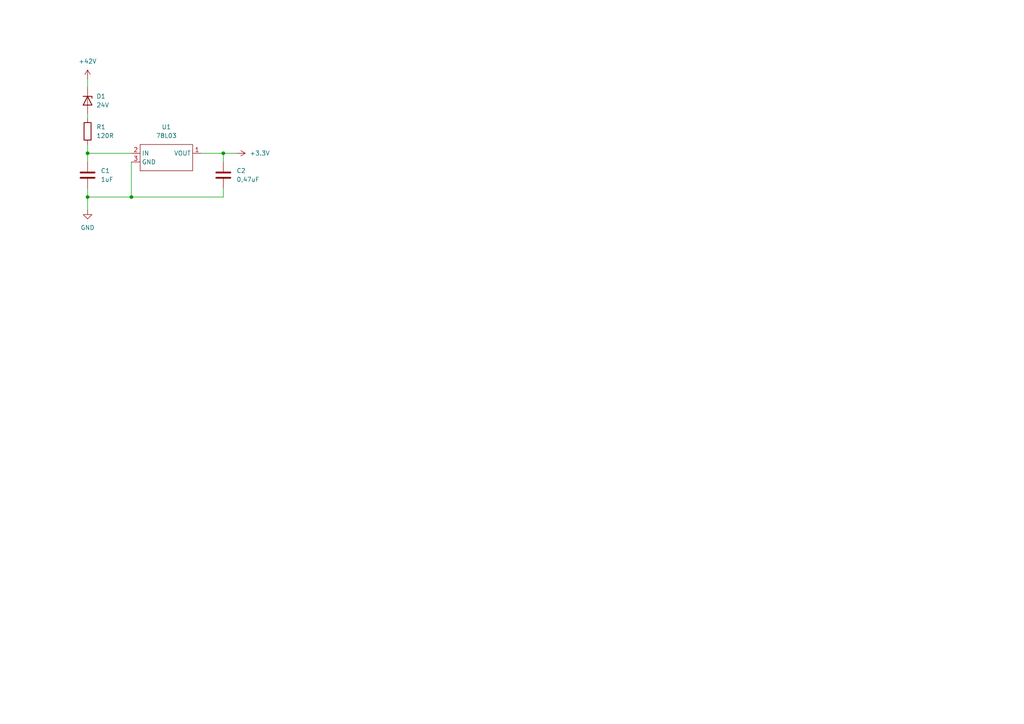
<source format=kicad_sch>
(kicad_sch (version 20231120) (generator "eeschema") (generator_version "8.0")
  (paper "A4")
  (lib_symbols
    (symbol "Device:C" (pin_numbers hide) (pin_names (offset 0.254))
      (property "Reference" "C" (at 0.635 2.54 0))
      (property "Value" "C" (at 0.635 -2.54 0))
      (symbol "C_0_1"
        (polyline (pts (xy -2.032 -0.762) (xy 2.032 -0.762)) (stroke (width 0.508)))
        (polyline (pts (xy -2.032 0.762) (xy 2.032 0.762)) (stroke (width 0.508)))
      )
      (symbol "C_1_1"
        (pin passive line (at 0 3.81 270) (length 2.794) (name "~") (number "1"))
        (pin passive line (at 0 -3.81 90) (length 2.794) (name "~") (number "2"))
      )
    )
    (symbol "Device:R" (pin_numbers hide) (pin_names (offset 0))
      (property "Reference" "R" (at 2.032 0 90))
      (property "Value" "R" (at 0 0 90))
      (symbol "R_0_1"
        (rectangle (start -1.016 -2.54) (end 1.016 2.54) (stroke (width 0.254)))
      )
      (symbol "R_1_1"
        (pin passive line (at 0 3.81 270) (length 1.27) (name "~") (number "1"))
        (pin passive line (at 0 -3.81 90) (length 1.27) (name "~") (number "2"))
      )
    )
    (symbol "Diode:ZMDxx" (pin_numbers hide) (pin_names hide)
      (property "Reference" "D" (at 0 2.54 0))
      (property "Value" "ZMDxx" (at 0 -2.54 0))
      (symbol "ZMDxx_0_1"
        (polyline (pts (xy 1.27 0) (xy -1.27 0)))
        (polyline (pts (xy -1.27 -1.27) (xy -1.27 1.27) (xy -0.762 1.27)) (stroke (width 0.254)))
        (polyline (pts (xy 1.27 -1.27) (xy 1.27 1.27) (xy -1.27 0) (xy 1.27 -1.27)) (stroke (width 0.254)))
      )
      (symbol "ZMDxx_1_1"
        (pin passive line (at -3.81 0 0) (length 2.54) (name "K") (number "1"))
        (pin passive line (at 3.81 0 180) (length 2.54) (name "A") (number "2"))
      )
    )
    (symbol "Radtke:78L03"
      (property "Reference" "U" (at 0 5.08 0))
      (property "Value" "78L03" (at 0 5.08 0))
      (symbol "78L03_0_1"
        (rectangle (start -7.62 3.81) (end 7.62 -3.81))
      )
      (symbol "78L03_1_1"
        (pin output line (at 10.16 1.27 180) (length 2.54) (name "VOUT") (number "1"))
        (pin input line (at -10.16 1.27 0) (length 2.54) (name "IN") (number "2"))
        (pin bidirectional line (at -10.16 -1.27 0) (length 2.54) (name "GND") (number "3"))
      )
    )
    (symbol "power:+3.3V" (power) (pin_numbers hide) (pin_names (offset 0) hide)
      (property "Value" "+3.3V" (at 0 3.556 0))
      (symbol "+3.3V_0_1"
        (polyline (pts (xy -0.762 1.27) (xy 0 2.54)))
        (polyline (pts (xy 0 0) (xy 0 2.54)))
        (polyline (pts (xy 0 2.54) (xy 0.762 1.27)))
      )
      (symbol "+3.3V_1_1"
        (pin power_in line (at 0 0 90) (length 0) (name "~") (number "1"))
      )
    )
    (symbol "power:+48V" (power) (pin_numbers hide) (pin_names (offset 0) hide)
      (property "Value" "+48V" (at 0 3.556 0))
      (symbol "+48V_0_1"
        (polyline (pts (xy -0.762 1.27) (xy 0 2.54)))
        (polyline (pts (xy 0 0) (xy 0 2.54)))
        (polyline (pts (xy 0 2.54) (xy 0.762 1.27)))
      )
      (symbol "+48V_1_1"
        (pin power_in line (at 0 0 90) (length 0) (name "~") (number "1"))
      )
    )
    (symbol "power:GND" (power) (pin_numbers hide) (pin_names (offset 0) hide)
      (property "Value" "GND" (at 0 -3.81 0))
      (symbol "GND_0_1"
        (polyline (pts (xy 0 0) (xy 0 -1.27) (xy 1.27 -1.27) (xy 0 -2.54) (xy -1.27 -1.27) (xy 0 -1.27)))
      )
      (symbol "GND_1_1"
        (pin power_in line (at 0 0 270) (length 0) (name "~") (number "1"))
      )
    )
  )
  (junction (at 25.4 44.45))
  (junction (at 25.4 57.15))
  (junction (at 38.1 57.15))
  (junction (at 64.77 44.45))
  (wire (pts (xy 58.42 44.45) (xy 64.77 44.45)))
  (wire (pts (xy 25.4 33.02) (xy 25.4 34.29)))
  (wire (pts (xy 25.4 57.15) (xy 25.4 60.96)))
  (wire (pts (xy 64.77 44.45) (xy 64.77 46.99)))
  (wire (pts (xy 25.4 22.86) (xy 25.4 25.4)))
  (wire (pts (xy 25.4 44.45) (xy 38.1 44.45)))
  (wire (pts (xy 38.1 46.99) (xy 38.1 57.15)))
  (wire (pts (xy 64.77 54.61) (xy 64.77 57.15)))
  (wire (pts (xy 25.4 44.45) (xy 25.4 46.99)))
  (wire (pts (xy 38.1 57.15) (xy 25.4 57.15)))
  (wire (pts (xy 25.4 54.61) (xy 25.4 57.15)))
  (wire (pts (xy 25.4 41.91) (xy 25.4 44.45)))
  (wire (pts (xy 38.1 57.15) (xy 64.77 57.15)))
  (wire (pts (xy 64.77 44.45) (xy 68.58 44.45)))
  (symbol (lib_id "Radtke:78L03") (at 48.26 45.72 0) (unit 1)
    (property "Reference" "U1" (at 48.26 36.83 0))
    (property "Value" "78L03" (at 48.26 39.37 0))
    (property "Footprint" "Package_TO_SOT_SMD:SOT-23-3" (effects (hide yes)))
  )
  (symbol (lib_id "Device:R") (at 25.4 38.1 0) (unit 1)
    (property "Reference" "R1" (at 27.94 36.8299 0) (effects (justify left)))
    (property "Value" "120R" (at 27.94 39.3699 0) (effects (justify left)))
    (property "Footprint" "Resistor_SMD:R_0805_2012Metric" (effects (hide yes)))
    (property "Description" "Resistor" (effects (hide yes)))
  )
  (symbol (lib_id "Device:C") (at 64.77 50.8 0) (unit 1)
    (property "Reference" "C2" (at 68.58 49.5299 0) (effects (justify left)))
    (property "Value" "0,47uF" (at 68.58 52.0699 0) (effects (justify left)))
    (property "Footprint" "Capacitor_SMD:C_0805_2012Metric" (effects (hide yes)))
    (property "Description" "Unpolarized capacitor" (effects (hide yes)))
  )
  (symbol (lib_id "Diode:ZMDxx") (at 25.4 29.21 270) (unit 1)
    (property "Reference" "D1" (at 27.94 27.9399 90) (effects (justify left)))
    (property "Value" "24V" (at 27.94 30.4799 90) (effects (justify left)))
    (property "Footprint" "Diode_SMD:D_MiniMELF" (effects (hide yes)))
    (property "Datasheet" "http://diotec.com/tl_files/diotec/files/pdf/datasheets/zmd1" (effects (hide yes)))
    (property "Description" "1000mW Zener Diode, MiniMELF" (effects (hide yes)))
  )
  (symbol (lib_id "power:GND") (at 25.4 60.96 0) (unit 1)
    (property "Reference" "#PWR07" (effects (hide yes)))
    (property "Value" "GND" (at 25.4 66.04 0))
    (property "Description" "Power symbol creates a global label with name \"GND\" , ground" (effects (hide yes)))
  )
  (symbol (lib_id "power:+3.3V") (at 68.58 44.45 270) (unit 1)
    (property "Reference" "#PWR06" (effects (hide yes)))
    (property "Value" "+3.3V" (at 72.39 44.4499 90) (effects (justify left)))
    (property "Description" "Power symbol creates a global label with name \"+3.3V\"" (effects (hide yes)))
  )
  (symbol (lib_id "Device:C") (at 25.4 50.8 0) (unit 1)
    (property "Reference" "C1" (at 29.21 49.5299 0) (effects (justify left)))
    (property "Value" "1uF" (at 29.21 52.0699 0) (effects (justify left)))
    (property "Footprint" "Capacitor_SMD:C_0805_2012Metric" (effects (hide yes)))
    (property "Description" "Unpolarized capacitor" (effects (hide yes)))
  )
  (symbol (lib_id "power:+48V") (at 25.4 22.86 0) (unit 1)
    (property "Reference" "#PWR05" (effects (hide yes)))
    (property "Value" "+42V" (at 25.4 17.78 0))
    (property "Description" "Power symbol creates a global label with name \"+48V\"" (effects (hide yes)))
  )
)
</source>
